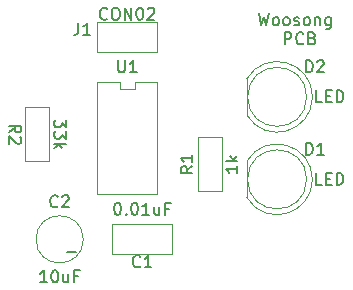
<source format=gbr>
%TF.GenerationSoftware,KiCad,Pcbnew,(6.0.7)*%
%TF.CreationDate,2022-09-05T15:15:59+09:00*%
%TF.ProjectId,IC555Demo,49433535-3544-4656-9d6f-2e6b69636164,rev?*%
%TF.SameCoordinates,Original*%
%TF.FileFunction,Legend,Top*%
%TF.FilePolarity,Positive*%
%FSLAX46Y46*%
G04 Gerber Fmt 4.6, Leading zero omitted, Abs format (unit mm)*
G04 Created by KiCad (PCBNEW (6.0.7)) date 2022-09-05 15:15:59*
%MOMM*%
%LPD*%
G01*
G04 APERTURE LIST*
%ADD10C,0.150000*%
%ADD11C,0.120000*%
G04 APERTURE END LIST*
D10*
X166068809Y-60242380D02*
X166306904Y-61242380D01*
X166497380Y-60528095D01*
X166687857Y-61242380D01*
X166925952Y-60242380D01*
X167449761Y-61242380D02*
X167354523Y-61194761D01*
X167306904Y-61147142D01*
X167259285Y-61051904D01*
X167259285Y-60766190D01*
X167306904Y-60670952D01*
X167354523Y-60623333D01*
X167449761Y-60575714D01*
X167592619Y-60575714D01*
X167687857Y-60623333D01*
X167735476Y-60670952D01*
X167783095Y-60766190D01*
X167783095Y-61051904D01*
X167735476Y-61147142D01*
X167687857Y-61194761D01*
X167592619Y-61242380D01*
X167449761Y-61242380D01*
X168354523Y-61242380D02*
X168259285Y-61194761D01*
X168211666Y-61147142D01*
X168164047Y-61051904D01*
X168164047Y-60766190D01*
X168211666Y-60670952D01*
X168259285Y-60623333D01*
X168354523Y-60575714D01*
X168497380Y-60575714D01*
X168592619Y-60623333D01*
X168640238Y-60670952D01*
X168687857Y-60766190D01*
X168687857Y-61051904D01*
X168640238Y-61147142D01*
X168592619Y-61194761D01*
X168497380Y-61242380D01*
X168354523Y-61242380D01*
X169068809Y-61194761D02*
X169164047Y-61242380D01*
X169354523Y-61242380D01*
X169449761Y-61194761D01*
X169497380Y-61099523D01*
X169497380Y-61051904D01*
X169449761Y-60956666D01*
X169354523Y-60909047D01*
X169211666Y-60909047D01*
X169116428Y-60861428D01*
X169068809Y-60766190D01*
X169068809Y-60718571D01*
X169116428Y-60623333D01*
X169211666Y-60575714D01*
X169354523Y-60575714D01*
X169449761Y-60623333D01*
X170068809Y-61242380D02*
X169973571Y-61194761D01*
X169925952Y-61147142D01*
X169878333Y-61051904D01*
X169878333Y-60766190D01*
X169925952Y-60670952D01*
X169973571Y-60623333D01*
X170068809Y-60575714D01*
X170211666Y-60575714D01*
X170306904Y-60623333D01*
X170354523Y-60670952D01*
X170402142Y-60766190D01*
X170402142Y-61051904D01*
X170354523Y-61147142D01*
X170306904Y-61194761D01*
X170211666Y-61242380D01*
X170068809Y-61242380D01*
X170830714Y-60575714D02*
X170830714Y-61242380D01*
X170830714Y-60670952D02*
X170878333Y-60623333D01*
X170973571Y-60575714D01*
X171116428Y-60575714D01*
X171211666Y-60623333D01*
X171259285Y-60718571D01*
X171259285Y-61242380D01*
X172164047Y-60575714D02*
X172164047Y-61385238D01*
X172116428Y-61480476D01*
X172068809Y-61528095D01*
X171973571Y-61575714D01*
X171830714Y-61575714D01*
X171735476Y-61528095D01*
X172164047Y-61194761D02*
X172068809Y-61242380D01*
X171878333Y-61242380D01*
X171783095Y-61194761D01*
X171735476Y-61147142D01*
X171687857Y-61051904D01*
X171687857Y-60766190D01*
X171735476Y-60670952D01*
X171783095Y-60623333D01*
X171878333Y-60575714D01*
X172068809Y-60575714D01*
X172164047Y-60623333D01*
X168283095Y-62852380D02*
X168283095Y-61852380D01*
X168664047Y-61852380D01*
X168759285Y-61900000D01*
X168806904Y-61947619D01*
X168854523Y-62042857D01*
X168854523Y-62185714D01*
X168806904Y-62280952D01*
X168759285Y-62328571D01*
X168664047Y-62376190D01*
X168283095Y-62376190D01*
X169854523Y-62757142D02*
X169806904Y-62804761D01*
X169664047Y-62852380D01*
X169568809Y-62852380D01*
X169425952Y-62804761D01*
X169330714Y-62709523D01*
X169283095Y-62614285D01*
X169235476Y-62423809D01*
X169235476Y-62280952D01*
X169283095Y-62090476D01*
X169330714Y-61995238D01*
X169425952Y-61900000D01*
X169568809Y-61852380D01*
X169664047Y-61852380D01*
X169806904Y-61900000D01*
X169854523Y-61947619D01*
X170616428Y-62328571D02*
X170759285Y-62376190D01*
X170806904Y-62423809D01*
X170854523Y-62519047D01*
X170854523Y-62661904D01*
X170806904Y-62757142D01*
X170759285Y-62804761D01*
X170664047Y-62852380D01*
X170283095Y-62852380D01*
X170283095Y-61852380D01*
X170616428Y-61852380D01*
X170711666Y-61900000D01*
X170759285Y-61947619D01*
X170806904Y-62042857D01*
X170806904Y-62138095D01*
X170759285Y-62233333D01*
X170711666Y-62280952D01*
X170616428Y-62328571D01*
X170283095Y-62328571D01*
%TO.C,U1*%
X154178095Y-64222380D02*
X154178095Y-65031904D01*
X154225714Y-65127142D01*
X154273333Y-65174761D01*
X154368571Y-65222380D01*
X154559047Y-65222380D01*
X154654285Y-65174761D01*
X154701904Y-65127142D01*
X154749523Y-65031904D01*
X154749523Y-64222380D01*
X155749523Y-65222380D02*
X155178095Y-65222380D01*
X155463809Y-65222380D02*
X155463809Y-64222380D01*
X155368571Y-64365238D01*
X155273333Y-64460476D01*
X155178095Y-64508095D01*
%TO.C,R2*%
X144962619Y-70318333D02*
X145438809Y-69985000D01*
X144962619Y-69746904D02*
X145962619Y-69746904D01*
X145962619Y-70127857D01*
X145915000Y-70223095D01*
X145867380Y-70270714D01*
X145772142Y-70318333D01*
X145629285Y-70318333D01*
X145534047Y-70270714D01*
X145486428Y-70223095D01*
X145438809Y-70127857D01*
X145438809Y-69746904D01*
X145867380Y-70699285D02*
X145915000Y-70746904D01*
X145962619Y-70842142D01*
X145962619Y-71080238D01*
X145915000Y-71175476D01*
X145867380Y-71223095D01*
X145772142Y-71270714D01*
X145676904Y-71270714D01*
X145534047Y-71223095D01*
X144962619Y-70651666D01*
X144962619Y-71270714D01*
X149772619Y-69270714D02*
X149772619Y-69889761D01*
X149391666Y-69556428D01*
X149391666Y-69699285D01*
X149344047Y-69794523D01*
X149296428Y-69842142D01*
X149201190Y-69889761D01*
X148963095Y-69889761D01*
X148867857Y-69842142D01*
X148820238Y-69794523D01*
X148772619Y-69699285D01*
X148772619Y-69413571D01*
X148820238Y-69318333D01*
X148867857Y-69270714D01*
X149772619Y-70223095D02*
X149772619Y-70842142D01*
X149391666Y-70508809D01*
X149391666Y-70651666D01*
X149344047Y-70746904D01*
X149296428Y-70794523D01*
X149201190Y-70842142D01*
X148963095Y-70842142D01*
X148867857Y-70794523D01*
X148820238Y-70746904D01*
X148772619Y-70651666D01*
X148772619Y-70365952D01*
X148820238Y-70270714D01*
X148867857Y-70223095D01*
X148772619Y-71270714D02*
X149772619Y-71270714D01*
X149153571Y-71365952D02*
X148772619Y-71651666D01*
X149439285Y-71651666D02*
X149058333Y-71270714D01*
%TO.C,C2*%
X149058333Y-76557142D02*
X149010714Y-76604761D01*
X148867857Y-76652380D01*
X148772619Y-76652380D01*
X148629761Y-76604761D01*
X148534523Y-76509523D01*
X148486904Y-76414285D01*
X148439285Y-76223809D01*
X148439285Y-76080952D01*
X148486904Y-75890476D01*
X148534523Y-75795238D01*
X148629761Y-75700000D01*
X148772619Y-75652380D01*
X148867857Y-75652380D01*
X149010714Y-75700000D01*
X149058333Y-75747619D01*
X149439285Y-75747619D02*
X149486904Y-75700000D01*
X149582142Y-75652380D01*
X149820238Y-75652380D01*
X149915476Y-75700000D01*
X149963095Y-75747619D01*
X150010714Y-75842857D01*
X150010714Y-75938095D01*
X149963095Y-76080952D01*
X149391666Y-76652380D01*
X150010714Y-76652380D01*
X148153571Y-83002380D02*
X147582142Y-83002380D01*
X147867857Y-83002380D02*
X147867857Y-82002380D01*
X147772619Y-82145238D01*
X147677380Y-82240476D01*
X147582142Y-82288095D01*
X148772619Y-82002380D02*
X148867857Y-82002380D01*
X148963095Y-82050000D01*
X149010714Y-82097619D01*
X149058333Y-82192857D01*
X149105952Y-82383333D01*
X149105952Y-82621428D01*
X149058333Y-82811904D01*
X149010714Y-82907142D01*
X148963095Y-82954761D01*
X148867857Y-83002380D01*
X148772619Y-83002380D01*
X148677380Y-82954761D01*
X148629761Y-82907142D01*
X148582142Y-82811904D01*
X148534523Y-82621428D01*
X148534523Y-82383333D01*
X148582142Y-82192857D01*
X148629761Y-82097619D01*
X148677380Y-82050000D01*
X148772619Y-82002380D01*
X149963095Y-82335714D02*
X149963095Y-83002380D01*
X149534523Y-82335714D02*
X149534523Y-82859523D01*
X149582142Y-82954761D01*
X149677380Y-83002380D01*
X149820238Y-83002380D01*
X149915476Y-82954761D01*
X149963095Y-82907142D01*
X150772619Y-82478571D02*
X150439285Y-82478571D01*
X150439285Y-83002380D02*
X150439285Y-82002380D01*
X150915476Y-82002380D01*
X149844047Y-80446428D02*
X150605952Y-80446428D01*
%TO.C,D1*%
X170076904Y-72207380D02*
X170076904Y-71207380D01*
X170315000Y-71207380D01*
X170457857Y-71255000D01*
X170553095Y-71350238D01*
X170600714Y-71445476D01*
X170648333Y-71635952D01*
X170648333Y-71778809D01*
X170600714Y-71969285D01*
X170553095Y-72064523D01*
X170457857Y-72159761D01*
X170315000Y-72207380D01*
X170076904Y-72207380D01*
X171600714Y-72207380D02*
X171029285Y-72207380D01*
X171315000Y-72207380D02*
X171315000Y-71207380D01*
X171219761Y-71350238D01*
X171124523Y-71445476D01*
X171029285Y-71493095D01*
X171442142Y-74747842D02*
X170965952Y-74747842D01*
X170965952Y-73747842D01*
X171775476Y-74224033D02*
X172108809Y-74224033D01*
X172251666Y-74747842D02*
X171775476Y-74747842D01*
X171775476Y-73747842D01*
X172251666Y-73747842D01*
X172680238Y-74747842D02*
X172680238Y-73747842D01*
X172918333Y-73747842D01*
X173061190Y-73795462D01*
X173156428Y-73890700D01*
X173204047Y-73985938D01*
X173251666Y-74176414D01*
X173251666Y-74319271D01*
X173204047Y-74509747D01*
X173156428Y-74604985D01*
X173061190Y-74700223D01*
X172918333Y-74747842D01*
X172680238Y-74747842D01*
%TO.C,R1*%
X160472380Y-73191666D02*
X159996190Y-73525000D01*
X160472380Y-73763095D02*
X159472380Y-73763095D01*
X159472380Y-73382142D01*
X159520000Y-73286904D01*
X159567619Y-73239285D01*
X159662857Y-73191666D01*
X159805714Y-73191666D01*
X159900952Y-73239285D01*
X159948571Y-73286904D01*
X159996190Y-73382142D01*
X159996190Y-73763095D01*
X160472380Y-72239285D02*
X160472380Y-72810714D01*
X160472380Y-72525000D02*
X159472380Y-72525000D01*
X159615238Y-72620238D01*
X159710476Y-72715476D01*
X159758095Y-72810714D01*
X164282380Y-73144047D02*
X164282380Y-73715476D01*
X164282380Y-73429761D02*
X163282380Y-73429761D01*
X163425238Y-73525000D01*
X163520476Y-73620238D01*
X163568095Y-73715476D01*
X164282380Y-72715476D02*
X163282380Y-72715476D01*
X163901428Y-72620238D02*
X164282380Y-72334523D01*
X163615714Y-72334523D02*
X163996666Y-72715476D01*
%TO.C,C1*%
X156043333Y-81637142D02*
X155995714Y-81684761D01*
X155852857Y-81732380D01*
X155757619Y-81732380D01*
X155614761Y-81684761D01*
X155519523Y-81589523D01*
X155471904Y-81494285D01*
X155424285Y-81303809D01*
X155424285Y-81160952D01*
X155471904Y-80970476D01*
X155519523Y-80875238D01*
X155614761Y-80780000D01*
X155757619Y-80732380D01*
X155852857Y-80732380D01*
X155995714Y-80780000D01*
X156043333Y-80827619D01*
X156995714Y-81732380D02*
X156424285Y-81732380D01*
X156710000Y-81732380D02*
X156710000Y-80732380D01*
X156614761Y-80875238D01*
X156519523Y-80970476D01*
X156424285Y-81018095D01*
X154090952Y-76287380D02*
X154186190Y-76287380D01*
X154281428Y-76335000D01*
X154329047Y-76382619D01*
X154376666Y-76477857D01*
X154424285Y-76668333D01*
X154424285Y-76906428D01*
X154376666Y-77096904D01*
X154329047Y-77192142D01*
X154281428Y-77239761D01*
X154186190Y-77287380D01*
X154090952Y-77287380D01*
X153995714Y-77239761D01*
X153948095Y-77192142D01*
X153900476Y-77096904D01*
X153852857Y-76906428D01*
X153852857Y-76668333D01*
X153900476Y-76477857D01*
X153948095Y-76382619D01*
X153995714Y-76335000D01*
X154090952Y-76287380D01*
X154852857Y-77192142D02*
X154900476Y-77239761D01*
X154852857Y-77287380D01*
X154805238Y-77239761D01*
X154852857Y-77192142D01*
X154852857Y-77287380D01*
X155519523Y-76287380D02*
X155614761Y-76287380D01*
X155710000Y-76335000D01*
X155757619Y-76382619D01*
X155805238Y-76477857D01*
X155852857Y-76668333D01*
X155852857Y-76906428D01*
X155805238Y-77096904D01*
X155757619Y-77192142D01*
X155710000Y-77239761D01*
X155614761Y-77287380D01*
X155519523Y-77287380D01*
X155424285Y-77239761D01*
X155376666Y-77192142D01*
X155329047Y-77096904D01*
X155281428Y-76906428D01*
X155281428Y-76668333D01*
X155329047Y-76477857D01*
X155376666Y-76382619D01*
X155424285Y-76335000D01*
X155519523Y-76287380D01*
X156805238Y-77287380D02*
X156233809Y-77287380D01*
X156519523Y-77287380D02*
X156519523Y-76287380D01*
X156424285Y-76430238D01*
X156329047Y-76525476D01*
X156233809Y-76573095D01*
X157662380Y-76620714D02*
X157662380Y-77287380D01*
X157233809Y-76620714D02*
X157233809Y-77144523D01*
X157281428Y-77239761D01*
X157376666Y-77287380D01*
X157519523Y-77287380D01*
X157614761Y-77239761D01*
X157662380Y-77192142D01*
X158471904Y-76763571D02*
X158138571Y-76763571D01*
X158138571Y-77287380D02*
X158138571Y-76287380D01*
X158614761Y-76287380D01*
%TO.C,D2*%
X170076904Y-65222380D02*
X170076904Y-64222380D01*
X170315000Y-64222380D01*
X170457857Y-64270000D01*
X170553095Y-64365238D01*
X170600714Y-64460476D01*
X170648333Y-64650952D01*
X170648333Y-64793809D01*
X170600714Y-64984285D01*
X170553095Y-65079523D01*
X170457857Y-65174761D01*
X170315000Y-65222380D01*
X170076904Y-65222380D01*
X171029285Y-64317619D02*
X171076904Y-64270000D01*
X171172142Y-64222380D01*
X171410238Y-64222380D01*
X171505476Y-64270000D01*
X171553095Y-64317619D01*
X171600714Y-64412857D01*
X171600714Y-64508095D01*
X171553095Y-64650952D01*
X170981666Y-65222380D01*
X171600714Y-65222380D01*
X171442142Y-67762380D02*
X170965952Y-67762380D01*
X170965952Y-66762380D01*
X171775476Y-67238571D02*
X172108809Y-67238571D01*
X172251666Y-67762380D02*
X171775476Y-67762380D01*
X171775476Y-66762380D01*
X172251666Y-66762380D01*
X172680238Y-67762380D02*
X172680238Y-66762380D01*
X172918333Y-66762380D01*
X173061190Y-66810000D01*
X173156428Y-66905238D01*
X173204047Y-67000476D01*
X173251666Y-67190952D01*
X173251666Y-67333809D01*
X173204047Y-67524285D01*
X173156428Y-67619523D01*
X173061190Y-67714761D01*
X172918333Y-67762380D01*
X172680238Y-67762380D01*
%TO.C,J1*%
X150796666Y-61047380D02*
X150796666Y-61761666D01*
X150749047Y-61904523D01*
X150653809Y-61999761D01*
X150510952Y-62047380D01*
X150415714Y-62047380D01*
X151796666Y-62047380D02*
X151225238Y-62047380D01*
X151510952Y-62047380D02*
X151510952Y-61047380D01*
X151415714Y-61190238D01*
X151320476Y-61285476D01*
X151225238Y-61333095D01*
X153249523Y-60682142D02*
X153201904Y-60729761D01*
X153059047Y-60777380D01*
X152963809Y-60777380D01*
X152820952Y-60729761D01*
X152725714Y-60634523D01*
X152678095Y-60539285D01*
X152630476Y-60348809D01*
X152630476Y-60205952D01*
X152678095Y-60015476D01*
X152725714Y-59920238D01*
X152820952Y-59825000D01*
X152963809Y-59777380D01*
X153059047Y-59777380D01*
X153201904Y-59825000D01*
X153249523Y-59872619D01*
X153868571Y-59777380D02*
X154059047Y-59777380D01*
X154154285Y-59825000D01*
X154249523Y-59920238D01*
X154297142Y-60110714D01*
X154297142Y-60444047D01*
X154249523Y-60634523D01*
X154154285Y-60729761D01*
X154059047Y-60777380D01*
X153868571Y-60777380D01*
X153773333Y-60729761D01*
X153678095Y-60634523D01*
X153630476Y-60444047D01*
X153630476Y-60110714D01*
X153678095Y-59920238D01*
X153773333Y-59825000D01*
X153868571Y-59777380D01*
X154725714Y-60777380D02*
X154725714Y-59777380D01*
X155297142Y-60777380D01*
X155297142Y-59777380D01*
X155963809Y-59777380D02*
X156059047Y-59777380D01*
X156154285Y-59825000D01*
X156201904Y-59872619D01*
X156249523Y-59967857D01*
X156297142Y-60158333D01*
X156297142Y-60396428D01*
X156249523Y-60586904D01*
X156201904Y-60682142D01*
X156154285Y-60729761D01*
X156059047Y-60777380D01*
X155963809Y-60777380D01*
X155868571Y-60729761D01*
X155820952Y-60682142D01*
X155773333Y-60586904D01*
X155725714Y-60396428D01*
X155725714Y-60158333D01*
X155773333Y-59967857D01*
X155820952Y-59872619D01*
X155868571Y-59825000D01*
X155963809Y-59777380D01*
X156678095Y-59872619D02*
X156725714Y-59825000D01*
X156820952Y-59777380D01*
X157059047Y-59777380D01*
X157154285Y-59825000D01*
X157201904Y-59872619D01*
X157249523Y-59967857D01*
X157249523Y-60063095D01*
X157201904Y-60205952D01*
X156630476Y-60777380D01*
X157249523Y-60777380D01*
D11*
%TO.C,U1*%
X155575000Y-66040000D02*
X155575000Y-66675000D01*
X157480000Y-75565000D02*
X157480000Y-66040000D01*
X155575000Y-66675000D02*
X154305000Y-66675000D01*
X157480000Y-66040000D02*
X155575000Y-66040000D01*
X152400000Y-75565000D02*
X157480000Y-75565000D01*
X152400000Y-66040000D02*
X152400000Y-75565000D01*
X154305000Y-66675000D02*
X154305000Y-66040000D01*
X154305000Y-66040000D02*
X152400000Y-66040000D01*
%TO.C,R2*%
X148336000Y-68199000D02*
X146304000Y-68199000D01*
X146304000Y-68199000D02*
X146304000Y-72771000D01*
X146304000Y-72771000D02*
X148336000Y-72771000D01*
X148336000Y-72771000D02*
X148336000Y-68199000D01*
%TO.C,C2*%
X151225000Y-79375000D02*
G75*
G03*
X151225000Y-79375000I-2000000J0D01*
G01*
%TO.C,D1*%
X165075000Y-72750000D02*
X165075000Y-75840000D01*
X170625000Y-74295462D02*
G75*
G03*
X165075000Y-72750170I-2990000J462D01*
G01*
X165075000Y-75839830D02*
G75*
G03*
X170625000Y-74294538I2560000J1544830D01*
G01*
X170135000Y-74295000D02*
G75*
G03*
X170135000Y-74295000I-2500000J0D01*
G01*
%TO.C,R1*%
X160909000Y-75311000D02*
X162941000Y-75311000D01*
X162941000Y-75311000D02*
X162941000Y-70739000D01*
X162941000Y-70739000D02*
X160909000Y-70739000D01*
X160909000Y-70739000D02*
X160909000Y-75311000D01*
%TO.C,C1*%
X158750000Y-80645000D02*
X153670000Y-80645000D01*
X153670000Y-80645000D02*
X153670000Y-78105000D01*
X153670000Y-78105000D02*
X158750000Y-78105000D01*
X158750000Y-78105000D02*
X158750000Y-80645000D01*
%TO.C,D2*%
X165080000Y-65765000D02*
X165080000Y-68855000D01*
X165080000Y-68854830D02*
G75*
G03*
X170630000Y-67309538I2560000J1544830D01*
G01*
X170630000Y-67310462D02*
G75*
G03*
X165080000Y-65765170I-2990000J462D01*
G01*
X170140000Y-67310000D02*
G75*
G03*
X170140000Y-67310000I-2500000J0D01*
G01*
%TO.C,J1*%
X152400000Y-60960000D02*
X157480000Y-60960000D01*
X157480000Y-60960000D02*
X157480000Y-63500000D01*
X157480000Y-63500000D02*
X152400000Y-63500000D01*
X152400000Y-63500000D02*
X152400000Y-60960000D01*
%TD*%
M02*

</source>
